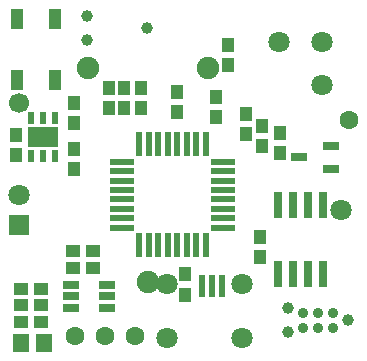
<source format=gts>
G04 DipTrace 3.0.0.1*
G04 Limbus-modelD-rev01.GTS*
%MOMM*%
G04 #@! TF.FileFunction,Soldermask,Top*
G04 #@! TF.Part,Single*
%AMOUTLINE1*
4,1,4,
-0.25032,0.94992,
0.24968,0.95008,
0.25032,-0.94992,
-0.24968,-0.95008,
-0.25032,0.94992,
0*%
%ADD24C,1.8*%
%ADD41R,2.0X0.6*%
%ADD47C,1.6*%
%ADD50C,1.0*%
%ADD55C,1.7*%
%ADD58R,1.1X1.8*%
%ADD60R,1.4X0.7*%
%ADD62R,0.7X2.3*%
%ADD66R,2.6X1.7*%
%ADD68R,0.6X1.1*%
%ADD71R,0.6X2.0*%
%ADD75R,1.35X0.75*%
%ADD77C,0.8874*%
%ADD79R,1.4X1.6*%
%ADD81R,1.2X1.1*%
%ADD84R,1.1X1.2*%
%ADD86C,1.9*%
%ADD89R,1.7X1.7*%
%ADD95OUTLINE1*%
%FSLAX35Y35*%
G04*
G71*
G90*
G75*
G01*
G04 TopMask*
%LPD*%
D89*
X1158763Y2174873D3*
D24*
X3880543Y2301873D3*
X1158763Y2428873D3*
D86*
X2757300Y3504100D3*
X1741300D3*
X2249300Y1694000D3*
D84*
X2565000Y1755000D3*
Y1585000D3*
X2492250Y3301877D3*
Y3131877D3*
X3075000Y3110000D3*
Y2940000D3*
X1127000Y2762123D3*
Y2932123D3*
D81*
X1610000Y1810000D3*
X1780000D3*
D79*
X1364903Y1174903D3*
X1174903D3*
D77*
X3810170Y1428670D3*
Y1301670D3*
X3683170Y1428670D3*
Y1301670D3*
X3556170Y1428670D3*
Y1301670D3*
D50*
X3937170Y1365170D3*
X3429170Y1263570D3*
Y1466770D3*
X2237000Y3838500D3*
X1729000Y3940100D3*
Y3736900D3*
D75*
X3794000Y2651000D3*
Y2841000D3*
X3524000Y2746000D3*
D84*
X1619140Y2650953D3*
Y2820953D3*
Y3206637D3*
Y3036637D3*
D81*
X1780000Y1955000D3*
X1610000D3*
D84*
X2190623Y3333623D3*
Y3163623D3*
X3195000Y2070000D3*
Y1900000D3*
D81*
X1344643Y1349287D3*
X1174643D3*
D84*
X2047750Y3333623D3*
Y3163623D3*
X1920750Y3333623D3*
Y3163623D3*
X3215000Y3010000D3*
Y2840000D3*
X3365000Y2950000D3*
Y2780000D3*
X2920877Y3694123D3*
Y3524123D3*
D81*
X1174643Y1492177D3*
X1344643D3*
X1174643Y1635067D3*
X1344643D3*
D71*
X2174750Y2000127D3*
X2254750D3*
X2334750D3*
X2414750D3*
X2494750D3*
X2574750D3*
X2654750D3*
X2734750D3*
D41*
X2884750Y2150127D3*
Y2230127D3*
Y2310127D3*
Y2390127D3*
Y2470127D3*
Y2550127D3*
Y2630127D3*
Y2710127D3*
D71*
X2734750Y2860127D3*
X2654750D3*
X2574750D3*
X2494750D3*
X2414750D3*
X2334750D3*
X2254750D3*
X2174750D3*
D41*
X2024750Y2710127D3*
Y2630127D3*
Y2550127D3*
Y2470127D3*
Y2390127D3*
Y2310127D3*
Y2230127D3*
Y2150127D3*
D68*
X1460373Y3079624D3*
X1360373Y3079627D3*
X1260373Y3079624D3*
Y2757874D3*
X1360373D3*
X1460373D3*
D66*
X1360373Y2918751D3*
D62*
X3349747Y1762080D3*
X3476747D3*
X3603747D3*
X3730747D3*
Y2342080D3*
X3603747D3*
X3476747D3*
X3349747D3*
D24*
X3720000Y3360000D3*
Y3720000D3*
X3360000D3*
D60*
X1595000Y1665000D3*
Y1570000D3*
Y1475000D3*
X1896753D3*
Y1570000D3*
Y1665000D3*
D58*
X1460000Y3915000D3*
X1140000D3*
Y3405000D3*
X1460000D3*
D95*
X2870000Y1660413D3*
X2705000Y1660357D3*
X2787500Y1660387D3*
D84*
X2825623Y3254250D3*
Y3084250D3*
D24*
X2405000Y1220000D3*
Y1670000D3*
X3045000D3*
Y1220000D3*
D47*
X2140000Y1230000D3*
X1885000D3*
X1630000D3*
D55*
X1158750Y3206627D3*
D47*
X3952750Y3063750D3*
M02*

</source>
